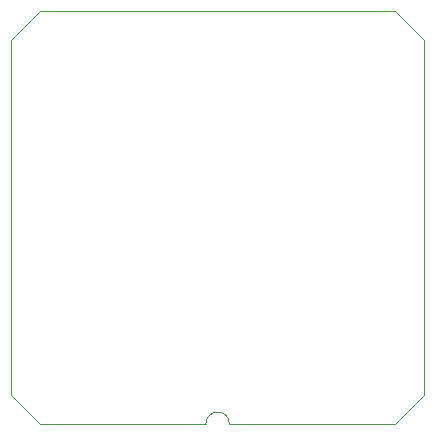
<source format=gbr>
%TF.GenerationSoftware,KiCad,Pcbnew,7.0.8*%
%TF.CreationDate,2023-11-09T10:40:38+10:00*%
%TF.ProjectId,LEDBoard,4c454442-6f61-4726-942e-6b696361645f,rev?*%
%TF.SameCoordinates,Original*%
%TF.FileFunction,Profile,NP*%
%FSLAX46Y46*%
G04 Gerber Fmt 4.6, Leading zero omitted, Abs format (unit mm)*
G04 Created by KiCad (PCBNEW 7.0.8) date 2023-11-09 10:40:38*
%MOMM*%
%LPD*%
G01*
G04 APERTURE LIST*
%TA.AperFunction,Profile*%
%ADD10C,0.100000*%
%TD*%
G04 APERTURE END LIST*
D10*
X18500000Y-35000000D02*
G75*
G03*
X16500000Y-35000000I-1000000J0D01*
G01*
X0Y-32500000D02*
X0Y-2500000D01*
X2500000Y0D02*
X0Y-2500000D01*
X35000000Y-2500000D02*
X35000000Y-32500000D01*
X35000000Y-2500000D02*
X32500000Y0D01*
X2500000Y-35000000D02*
X0Y-32500000D01*
X2500000Y0D02*
X32500000Y0D01*
X35000000Y-32500000D02*
X32500000Y-35000000D01*
X16500000Y-35000000D02*
X2500000Y-35000000D01*
X32500000Y-35000000D02*
X18500000Y-35000000D01*
M02*

</source>
